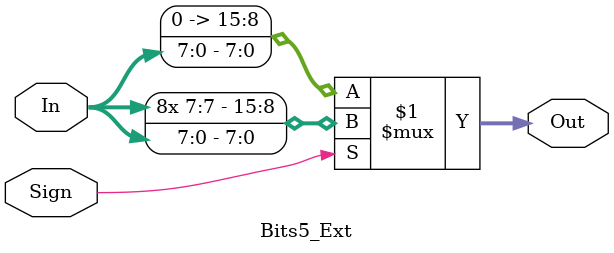
<source format=v>

module Bits5_Ext(In, Sign, Out);

// Declare all inputs and outputs
	input Sign;
	input [7:0] In;
	output [15:0] Out;
	

// Instantiate required logic
	assign Out = Sign ? {{8{In[7]}}, In[7:0]} : {8'h00, In[7:0]};

	
endmodule
</source>
